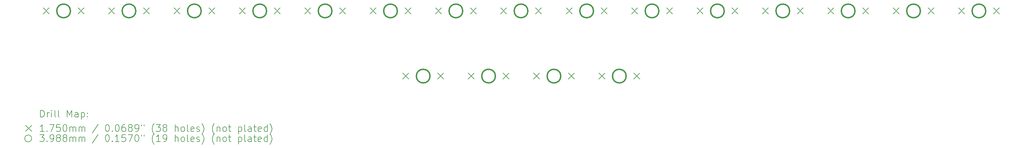
<source format=gbr>
%TF.GenerationSoftware,KiCad,Pcbnew,(6.0.10-0)*%
%TF.CreationDate,2023-03-16T17:34:04+09:00*%
%TF.ProjectId,Sandy_Top,53616e64-795f-4546-9f70-2e6b69636164,v.0*%
%TF.SameCoordinates,Original*%
%TF.FileFunction,Drillmap*%
%TF.FilePolarity,Positive*%
%FSLAX45Y45*%
G04 Gerber Fmt 4.5, Leading zero omitted, Abs format (unit mm)*
G04 Created by KiCad (PCBNEW (6.0.10-0)) date 2023-03-16 17:34:04*
%MOMM*%
%LPD*%
G01*
G04 APERTURE LIST*
%ADD10C,0.200000*%
%ADD11C,0.175000*%
%ADD12C,0.398780*%
G04 APERTURE END LIST*
D10*
D11*
X1867531Y-2612841D02*
X2042531Y-2787841D01*
X2042531Y-2612841D02*
X1867531Y-2787841D01*
X2883531Y-2612841D02*
X3058531Y-2787841D01*
X3058531Y-2612841D02*
X2883531Y-2787841D01*
X3772531Y-2612841D02*
X3947531Y-2787841D01*
X3947531Y-2612841D02*
X3772531Y-2787841D01*
X4788531Y-2612841D02*
X4963531Y-2787841D01*
X4963531Y-2612841D02*
X4788531Y-2787841D01*
X5677531Y-2612841D02*
X5852531Y-2787841D01*
X5852531Y-2612841D02*
X5677531Y-2787841D01*
X6693531Y-2612841D02*
X6868531Y-2787841D01*
X6868531Y-2612841D02*
X6693531Y-2787841D01*
X7582531Y-2612841D02*
X7757531Y-2787841D01*
X7757531Y-2612841D02*
X7582531Y-2787841D01*
X8598531Y-2612841D02*
X8773531Y-2787841D01*
X8773531Y-2612841D02*
X8598531Y-2787841D01*
X9487531Y-2612841D02*
X9662531Y-2787841D01*
X9662531Y-2612841D02*
X9487531Y-2787841D01*
X10503531Y-2612841D02*
X10678531Y-2787841D01*
X10678531Y-2612841D02*
X10503531Y-2787841D01*
X11392531Y-2612841D02*
X11567531Y-2787841D01*
X11567531Y-2612841D02*
X11392531Y-2787841D01*
X12345031Y-4517841D02*
X12520031Y-4692841D01*
X12520031Y-4517841D02*
X12345031Y-4692841D01*
X12408531Y-2612841D02*
X12583531Y-2787841D01*
X12583531Y-2612841D02*
X12408531Y-2787841D01*
X13297531Y-2612841D02*
X13472531Y-2787841D01*
X13472531Y-2612841D02*
X13297531Y-2787841D01*
X13361031Y-4517841D02*
X13536031Y-4692841D01*
X13536031Y-4517841D02*
X13361031Y-4692841D01*
X14250031Y-4517841D02*
X14425031Y-4692841D01*
X14425031Y-4517841D02*
X14250031Y-4692841D01*
X14313531Y-2612841D02*
X14488531Y-2787841D01*
X14488531Y-2612841D02*
X14313531Y-2787841D01*
X15195343Y-2612841D02*
X15370343Y-2787841D01*
X15370343Y-2612841D02*
X15195343Y-2787841D01*
X15266031Y-4517841D02*
X15441031Y-4692841D01*
X15441031Y-4517841D02*
X15266031Y-4692841D01*
X16155031Y-4517841D02*
X16330031Y-4692841D01*
X16330031Y-4517841D02*
X16155031Y-4692841D01*
X16211343Y-2612841D02*
X16386343Y-2787841D01*
X16386343Y-2612841D02*
X16211343Y-2787841D01*
X17107531Y-2612841D02*
X17282531Y-2787841D01*
X17282531Y-2612841D02*
X17107531Y-2787841D01*
X17171031Y-4517841D02*
X17346031Y-4692841D01*
X17346031Y-4517841D02*
X17171031Y-4692841D01*
X18060031Y-4517841D02*
X18235031Y-4692841D01*
X18235031Y-4517841D02*
X18060031Y-4692841D01*
X18123531Y-2612841D02*
X18298531Y-2787841D01*
X18298531Y-2612841D02*
X18123531Y-2787841D01*
X19012531Y-2612841D02*
X19187531Y-2787841D01*
X19187531Y-2612841D02*
X19012531Y-2787841D01*
X19076031Y-4517841D02*
X19251031Y-4692841D01*
X19251031Y-4517841D02*
X19076031Y-4692841D01*
X20028531Y-2612841D02*
X20203531Y-2787841D01*
X20203531Y-2612841D02*
X20028531Y-2787841D01*
X20917531Y-2612841D02*
X21092531Y-2787841D01*
X21092531Y-2612841D02*
X20917531Y-2787841D01*
X21933531Y-2612841D02*
X22108531Y-2787841D01*
X22108531Y-2612841D02*
X21933531Y-2787841D01*
X22822531Y-2612841D02*
X22997531Y-2787841D01*
X22997531Y-2612841D02*
X22822531Y-2787841D01*
X23838531Y-2612841D02*
X24013531Y-2787841D01*
X24013531Y-2612841D02*
X23838531Y-2787841D01*
X24727531Y-2612841D02*
X24902531Y-2787841D01*
X24902531Y-2612841D02*
X24727531Y-2787841D01*
X25743531Y-2612841D02*
X25918531Y-2787841D01*
X25918531Y-2612841D02*
X25743531Y-2787841D01*
X26632531Y-2612841D02*
X26807531Y-2787841D01*
X26807531Y-2612841D02*
X26632531Y-2787841D01*
X27648531Y-2612841D02*
X27823531Y-2787841D01*
X27823531Y-2612841D02*
X27648531Y-2787841D01*
X28537531Y-2612841D02*
X28712531Y-2787841D01*
X28712531Y-2612841D02*
X28537531Y-2787841D01*
X29553531Y-2612841D02*
X29728531Y-2787841D01*
X29728531Y-2612841D02*
X29553531Y-2787841D01*
D12*
X2662421Y-2700341D02*
G75*
G03*
X2662421Y-2700341I-199390J0D01*
G01*
X4567421Y-2700341D02*
G75*
G03*
X4567421Y-2700341I-199390J0D01*
G01*
X6472421Y-2700341D02*
G75*
G03*
X6472421Y-2700341I-199390J0D01*
G01*
X8377421Y-2700341D02*
G75*
G03*
X8377421Y-2700341I-199390J0D01*
G01*
X10282421Y-2700341D02*
G75*
G03*
X10282421Y-2700341I-199390J0D01*
G01*
X12187421Y-2700341D02*
G75*
G03*
X12187421Y-2700341I-199390J0D01*
G01*
X13139921Y-4605341D02*
G75*
G03*
X13139921Y-4605341I-199390J0D01*
G01*
X14092421Y-2700341D02*
G75*
G03*
X14092421Y-2700341I-199390J0D01*
G01*
X15044921Y-4605341D02*
G75*
G03*
X15044921Y-4605341I-199390J0D01*
G01*
X15990233Y-2700341D02*
G75*
G03*
X15990233Y-2700341I-199390J0D01*
G01*
X16949921Y-4605341D02*
G75*
G03*
X16949921Y-4605341I-199390J0D01*
G01*
X17902421Y-2700341D02*
G75*
G03*
X17902421Y-2700341I-199390J0D01*
G01*
X18854921Y-4605341D02*
G75*
G03*
X18854921Y-4605341I-199390J0D01*
G01*
X19807421Y-2700341D02*
G75*
G03*
X19807421Y-2700341I-199390J0D01*
G01*
X21712421Y-2700341D02*
G75*
G03*
X21712421Y-2700341I-199390J0D01*
G01*
X23617421Y-2700341D02*
G75*
G03*
X23617421Y-2700341I-199390J0D01*
G01*
X25522421Y-2700341D02*
G75*
G03*
X25522421Y-2700341I-199390J0D01*
G01*
X27427421Y-2700341D02*
G75*
G03*
X27427421Y-2700341I-199390J0D01*
G01*
X29332421Y-2700341D02*
G75*
G03*
X29332421Y-2700341I-199390J0D01*
G01*
D10*
X1788150Y-5803313D02*
X1788150Y-5603313D01*
X1835769Y-5603313D01*
X1864340Y-5612836D01*
X1883388Y-5631884D01*
X1892912Y-5650932D01*
X1902436Y-5689027D01*
X1902436Y-5717598D01*
X1892912Y-5755694D01*
X1883388Y-5774741D01*
X1864340Y-5793789D01*
X1835769Y-5803313D01*
X1788150Y-5803313D01*
X1988150Y-5803313D02*
X1988150Y-5669979D01*
X1988150Y-5708074D02*
X1997674Y-5689027D01*
X2007198Y-5679503D01*
X2026245Y-5669979D01*
X2045293Y-5669979D01*
X2111960Y-5803313D02*
X2111960Y-5669979D01*
X2111960Y-5603313D02*
X2102436Y-5612836D01*
X2111960Y-5622360D01*
X2121483Y-5612836D01*
X2111960Y-5603313D01*
X2111960Y-5622360D01*
X2235769Y-5803313D02*
X2216721Y-5793789D01*
X2207198Y-5774741D01*
X2207198Y-5603313D01*
X2340531Y-5803313D02*
X2321483Y-5793789D01*
X2311960Y-5774741D01*
X2311960Y-5603313D01*
X2569102Y-5803313D02*
X2569102Y-5603313D01*
X2635769Y-5746170D01*
X2702436Y-5603313D01*
X2702436Y-5803313D01*
X2883388Y-5803313D02*
X2883388Y-5698551D01*
X2873864Y-5679503D01*
X2854817Y-5669979D01*
X2816721Y-5669979D01*
X2797674Y-5679503D01*
X2883388Y-5793789D02*
X2864340Y-5803313D01*
X2816721Y-5803313D01*
X2797674Y-5793789D01*
X2788150Y-5774741D01*
X2788150Y-5755694D01*
X2797674Y-5736646D01*
X2816721Y-5727122D01*
X2864340Y-5727122D01*
X2883388Y-5717598D01*
X2978626Y-5669979D02*
X2978626Y-5869979D01*
X2978626Y-5679503D02*
X2997674Y-5669979D01*
X3035769Y-5669979D01*
X3054817Y-5679503D01*
X3064340Y-5689027D01*
X3073864Y-5708074D01*
X3073864Y-5765217D01*
X3064340Y-5784265D01*
X3054817Y-5793789D01*
X3035769Y-5803313D01*
X2997674Y-5803313D01*
X2978626Y-5793789D01*
X3159579Y-5784265D02*
X3169102Y-5793789D01*
X3159579Y-5803313D01*
X3150055Y-5793789D01*
X3159579Y-5784265D01*
X3159579Y-5803313D01*
X3159579Y-5679503D02*
X3169102Y-5689027D01*
X3159579Y-5698551D01*
X3150055Y-5689027D01*
X3159579Y-5679503D01*
X3159579Y-5698551D01*
D11*
X1355531Y-6045336D02*
X1530531Y-6220336D01*
X1530531Y-6045336D02*
X1355531Y-6220336D01*
D10*
X1892912Y-6223313D02*
X1778626Y-6223313D01*
X1835769Y-6223313D02*
X1835769Y-6023313D01*
X1816721Y-6051884D01*
X1797674Y-6070932D01*
X1778626Y-6080455D01*
X1978626Y-6204265D02*
X1988150Y-6213789D01*
X1978626Y-6223313D01*
X1969102Y-6213789D01*
X1978626Y-6204265D01*
X1978626Y-6223313D01*
X2054817Y-6023313D02*
X2188150Y-6023313D01*
X2102436Y-6223313D01*
X2359579Y-6023313D02*
X2264341Y-6023313D01*
X2254817Y-6118551D01*
X2264341Y-6109027D01*
X2283388Y-6099503D01*
X2331007Y-6099503D01*
X2350055Y-6109027D01*
X2359579Y-6118551D01*
X2369102Y-6137598D01*
X2369102Y-6185217D01*
X2359579Y-6204265D01*
X2350055Y-6213789D01*
X2331007Y-6223313D01*
X2283388Y-6223313D01*
X2264341Y-6213789D01*
X2254817Y-6204265D01*
X2492912Y-6023313D02*
X2511960Y-6023313D01*
X2531007Y-6032836D01*
X2540531Y-6042360D01*
X2550055Y-6061408D01*
X2559579Y-6099503D01*
X2559579Y-6147122D01*
X2550055Y-6185217D01*
X2540531Y-6204265D01*
X2531007Y-6213789D01*
X2511960Y-6223313D01*
X2492912Y-6223313D01*
X2473864Y-6213789D01*
X2464341Y-6204265D01*
X2454817Y-6185217D01*
X2445293Y-6147122D01*
X2445293Y-6099503D01*
X2454817Y-6061408D01*
X2464341Y-6042360D01*
X2473864Y-6032836D01*
X2492912Y-6023313D01*
X2645293Y-6223313D02*
X2645293Y-6089979D01*
X2645293Y-6109027D02*
X2654817Y-6099503D01*
X2673864Y-6089979D01*
X2702436Y-6089979D01*
X2721483Y-6099503D01*
X2731007Y-6118551D01*
X2731007Y-6223313D01*
X2731007Y-6118551D02*
X2740531Y-6099503D01*
X2759579Y-6089979D01*
X2788150Y-6089979D01*
X2807198Y-6099503D01*
X2816721Y-6118551D01*
X2816721Y-6223313D01*
X2911959Y-6223313D02*
X2911959Y-6089979D01*
X2911959Y-6109027D02*
X2921483Y-6099503D01*
X2940531Y-6089979D01*
X2969102Y-6089979D01*
X2988150Y-6099503D01*
X2997674Y-6118551D01*
X2997674Y-6223313D01*
X2997674Y-6118551D02*
X3007198Y-6099503D01*
X3026245Y-6089979D01*
X3054817Y-6089979D01*
X3073864Y-6099503D01*
X3083388Y-6118551D01*
X3083388Y-6223313D01*
X3473864Y-6013789D02*
X3302436Y-6270932D01*
X3731007Y-6023313D02*
X3750055Y-6023313D01*
X3769102Y-6032836D01*
X3778626Y-6042360D01*
X3788150Y-6061408D01*
X3797674Y-6099503D01*
X3797674Y-6147122D01*
X3788150Y-6185217D01*
X3778626Y-6204265D01*
X3769102Y-6213789D01*
X3750055Y-6223313D01*
X3731007Y-6223313D01*
X3711959Y-6213789D01*
X3702436Y-6204265D01*
X3692912Y-6185217D01*
X3683388Y-6147122D01*
X3683388Y-6099503D01*
X3692912Y-6061408D01*
X3702436Y-6042360D01*
X3711959Y-6032836D01*
X3731007Y-6023313D01*
X3883388Y-6204265D02*
X3892912Y-6213789D01*
X3883388Y-6223313D01*
X3873864Y-6213789D01*
X3883388Y-6204265D01*
X3883388Y-6223313D01*
X4016721Y-6023313D02*
X4035769Y-6023313D01*
X4054817Y-6032836D01*
X4064340Y-6042360D01*
X4073864Y-6061408D01*
X4083388Y-6099503D01*
X4083388Y-6147122D01*
X4073864Y-6185217D01*
X4064340Y-6204265D01*
X4054817Y-6213789D01*
X4035769Y-6223313D01*
X4016721Y-6223313D01*
X3997674Y-6213789D01*
X3988150Y-6204265D01*
X3978626Y-6185217D01*
X3969102Y-6147122D01*
X3969102Y-6099503D01*
X3978626Y-6061408D01*
X3988150Y-6042360D01*
X3997674Y-6032836D01*
X4016721Y-6023313D01*
X4254817Y-6023313D02*
X4216721Y-6023313D01*
X4197674Y-6032836D01*
X4188150Y-6042360D01*
X4169102Y-6070932D01*
X4159579Y-6109027D01*
X4159579Y-6185217D01*
X4169102Y-6204265D01*
X4178626Y-6213789D01*
X4197674Y-6223313D01*
X4235769Y-6223313D01*
X4254817Y-6213789D01*
X4264341Y-6204265D01*
X4273864Y-6185217D01*
X4273864Y-6137598D01*
X4264341Y-6118551D01*
X4254817Y-6109027D01*
X4235769Y-6099503D01*
X4197674Y-6099503D01*
X4178626Y-6109027D01*
X4169102Y-6118551D01*
X4159579Y-6137598D01*
X4388150Y-6109027D02*
X4369102Y-6099503D01*
X4359579Y-6089979D01*
X4350055Y-6070932D01*
X4350055Y-6061408D01*
X4359579Y-6042360D01*
X4369102Y-6032836D01*
X4388150Y-6023313D01*
X4426245Y-6023313D01*
X4445293Y-6032836D01*
X4454817Y-6042360D01*
X4464341Y-6061408D01*
X4464341Y-6070932D01*
X4454817Y-6089979D01*
X4445293Y-6099503D01*
X4426245Y-6109027D01*
X4388150Y-6109027D01*
X4369102Y-6118551D01*
X4359579Y-6128074D01*
X4350055Y-6147122D01*
X4350055Y-6185217D01*
X4359579Y-6204265D01*
X4369102Y-6213789D01*
X4388150Y-6223313D01*
X4426245Y-6223313D01*
X4445293Y-6213789D01*
X4454817Y-6204265D01*
X4464341Y-6185217D01*
X4464341Y-6147122D01*
X4454817Y-6128074D01*
X4445293Y-6118551D01*
X4426245Y-6109027D01*
X4559579Y-6223313D02*
X4597674Y-6223313D01*
X4616721Y-6213789D01*
X4626245Y-6204265D01*
X4645293Y-6175694D01*
X4654817Y-6137598D01*
X4654817Y-6061408D01*
X4645293Y-6042360D01*
X4635769Y-6032836D01*
X4616721Y-6023313D01*
X4578626Y-6023313D01*
X4559579Y-6032836D01*
X4550055Y-6042360D01*
X4540531Y-6061408D01*
X4540531Y-6109027D01*
X4550055Y-6128074D01*
X4559579Y-6137598D01*
X4578626Y-6147122D01*
X4616721Y-6147122D01*
X4635769Y-6137598D01*
X4645293Y-6128074D01*
X4654817Y-6109027D01*
X4731007Y-6023313D02*
X4731007Y-6061408D01*
X4807198Y-6023313D02*
X4807198Y-6061408D01*
X5102436Y-6299503D02*
X5092912Y-6289979D01*
X5073864Y-6261408D01*
X5064341Y-6242360D01*
X5054817Y-6213789D01*
X5045293Y-6166170D01*
X5045293Y-6128074D01*
X5054817Y-6080455D01*
X5064341Y-6051884D01*
X5073864Y-6032836D01*
X5092912Y-6004265D01*
X5102436Y-5994741D01*
X5159579Y-6023313D02*
X5283388Y-6023313D01*
X5216721Y-6099503D01*
X5245293Y-6099503D01*
X5264341Y-6109027D01*
X5273864Y-6118551D01*
X5283388Y-6137598D01*
X5283388Y-6185217D01*
X5273864Y-6204265D01*
X5264341Y-6213789D01*
X5245293Y-6223313D01*
X5188150Y-6223313D01*
X5169102Y-6213789D01*
X5159579Y-6204265D01*
X5397674Y-6109027D02*
X5378626Y-6099503D01*
X5369102Y-6089979D01*
X5359579Y-6070932D01*
X5359579Y-6061408D01*
X5369102Y-6042360D01*
X5378626Y-6032836D01*
X5397674Y-6023313D01*
X5435769Y-6023313D01*
X5454817Y-6032836D01*
X5464341Y-6042360D01*
X5473864Y-6061408D01*
X5473864Y-6070932D01*
X5464341Y-6089979D01*
X5454817Y-6099503D01*
X5435769Y-6109027D01*
X5397674Y-6109027D01*
X5378626Y-6118551D01*
X5369102Y-6128074D01*
X5359579Y-6147122D01*
X5359579Y-6185217D01*
X5369102Y-6204265D01*
X5378626Y-6213789D01*
X5397674Y-6223313D01*
X5435769Y-6223313D01*
X5454817Y-6213789D01*
X5464341Y-6204265D01*
X5473864Y-6185217D01*
X5473864Y-6147122D01*
X5464341Y-6128074D01*
X5454817Y-6118551D01*
X5435769Y-6109027D01*
X5711959Y-6223313D02*
X5711959Y-6023313D01*
X5797674Y-6223313D02*
X5797674Y-6118551D01*
X5788150Y-6099503D01*
X5769102Y-6089979D01*
X5740531Y-6089979D01*
X5721483Y-6099503D01*
X5711959Y-6109027D01*
X5921483Y-6223313D02*
X5902436Y-6213789D01*
X5892912Y-6204265D01*
X5883388Y-6185217D01*
X5883388Y-6128074D01*
X5892912Y-6109027D01*
X5902436Y-6099503D01*
X5921483Y-6089979D01*
X5950055Y-6089979D01*
X5969102Y-6099503D01*
X5978626Y-6109027D01*
X5988150Y-6128074D01*
X5988150Y-6185217D01*
X5978626Y-6204265D01*
X5969102Y-6213789D01*
X5950055Y-6223313D01*
X5921483Y-6223313D01*
X6102436Y-6223313D02*
X6083388Y-6213789D01*
X6073864Y-6194741D01*
X6073864Y-6023313D01*
X6254817Y-6213789D02*
X6235769Y-6223313D01*
X6197674Y-6223313D01*
X6178626Y-6213789D01*
X6169102Y-6194741D01*
X6169102Y-6118551D01*
X6178626Y-6099503D01*
X6197674Y-6089979D01*
X6235769Y-6089979D01*
X6254817Y-6099503D01*
X6264340Y-6118551D01*
X6264340Y-6137598D01*
X6169102Y-6156646D01*
X6340531Y-6213789D02*
X6359579Y-6223313D01*
X6397674Y-6223313D01*
X6416721Y-6213789D01*
X6426245Y-6194741D01*
X6426245Y-6185217D01*
X6416721Y-6166170D01*
X6397674Y-6156646D01*
X6369102Y-6156646D01*
X6350055Y-6147122D01*
X6340531Y-6128074D01*
X6340531Y-6118551D01*
X6350055Y-6099503D01*
X6369102Y-6089979D01*
X6397674Y-6089979D01*
X6416721Y-6099503D01*
X6492912Y-6299503D02*
X6502436Y-6289979D01*
X6521483Y-6261408D01*
X6531007Y-6242360D01*
X6540531Y-6213789D01*
X6550055Y-6166170D01*
X6550055Y-6128074D01*
X6540531Y-6080455D01*
X6531007Y-6051884D01*
X6521483Y-6032836D01*
X6502436Y-6004265D01*
X6492912Y-5994741D01*
X6854817Y-6299503D02*
X6845293Y-6289979D01*
X6826245Y-6261408D01*
X6816721Y-6242360D01*
X6807198Y-6213789D01*
X6797674Y-6166170D01*
X6797674Y-6128074D01*
X6807198Y-6080455D01*
X6816721Y-6051884D01*
X6826245Y-6032836D01*
X6845293Y-6004265D01*
X6854817Y-5994741D01*
X6931007Y-6089979D02*
X6931007Y-6223313D01*
X6931007Y-6109027D02*
X6940531Y-6099503D01*
X6959579Y-6089979D01*
X6988150Y-6089979D01*
X7007198Y-6099503D01*
X7016721Y-6118551D01*
X7016721Y-6223313D01*
X7140531Y-6223313D02*
X7121483Y-6213789D01*
X7111959Y-6204265D01*
X7102436Y-6185217D01*
X7102436Y-6128074D01*
X7111959Y-6109027D01*
X7121483Y-6099503D01*
X7140531Y-6089979D01*
X7169102Y-6089979D01*
X7188150Y-6099503D01*
X7197674Y-6109027D01*
X7207198Y-6128074D01*
X7207198Y-6185217D01*
X7197674Y-6204265D01*
X7188150Y-6213789D01*
X7169102Y-6223313D01*
X7140531Y-6223313D01*
X7264340Y-6089979D02*
X7340531Y-6089979D01*
X7292912Y-6023313D02*
X7292912Y-6194741D01*
X7302436Y-6213789D01*
X7321483Y-6223313D01*
X7340531Y-6223313D01*
X7559579Y-6089979D02*
X7559579Y-6289979D01*
X7559579Y-6099503D02*
X7578626Y-6089979D01*
X7616721Y-6089979D01*
X7635769Y-6099503D01*
X7645293Y-6109027D01*
X7654817Y-6128074D01*
X7654817Y-6185217D01*
X7645293Y-6204265D01*
X7635769Y-6213789D01*
X7616721Y-6223313D01*
X7578626Y-6223313D01*
X7559579Y-6213789D01*
X7769102Y-6223313D02*
X7750055Y-6213789D01*
X7740531Y-6194741D01*
X7740531Y-6023313D01*
X7931007Y-6223313D02*
X7931007Y-6118551D01*
X7921483Y-6099503D01*
X7902436Y-6089979D01*
X7864340Y-6089979D01*
X7845293Y-6099503D01*
X7931007Y-6213789D02*
X7911959Y-6223313D01*
X7864340Y-6223313D01*
X7845293Y-6213789D01*
X7835769Y-6194741D01*
X7835769Y-6175694D01*
X7845293Y-6156646D01*
X7864340Y-6147122D01*
X7911959Y-6147122D01*
X7931007Y-6137598D01*
X7997674Y-6089979D02*
X8073864Y-6089979D01*
X8026245Y-6023313D02*
X8026245Y-6194741D01*
X8035769Y-6213789D01*
X8054817Y-6223313D01*
X8073864Y-6223313D01*
X8216721Y-6213789D02*
X8197674Y-6223313D01*
X8159579Y-6223313D01*
X8140531Y-6213789D01*
X8131007Y-6194741D01*
X8131007Y-6118551D01*
X8140531Y-6099503D01*
X8159579Y-6089979D01*
X8197674Y-6089979D01*
X8216721Y-6099503D01*
X8226245Y-6118551D01*
X8226245Y-6137598D01*
X8131007Y-6156646D01*
X8397674Y-6223313D02*
X8397674Y-6023313D01*
X8397674Y-6213789D02*
X8378626Y-6223313D01*
X8340531Y-6223313D01*
X8321483Y-6213789D01*
X8311959Y-6204265D01*
X8302436Y-6185217D01*
X8302436Y-6128074D01*
X8311959Y-6109027D01*
X8321483Y-6099503D01*
X8340531Y-6089979D01*
X8378626Y-6089979D01*
X8397674Y-6099503D01*
X8473864Y-6299503D02*
X8483388Y-6289979D01*
X8502436Y-6261408D01*
X8511960Y-6242360D01*
X8521483Y-6213789D01*
X8531007Y-6166170D01*
X8531007Y-6128074D01*
X8521483Y-6080455D01*
X8511960Y-6051884D01*
X8502436Y-6032836D01*
X8483388Y-6004265D01*
X8473864Y-5994741D01*
X1530531Y-6427836D02*
G75*
G03*
X1530531Y-6427836I-100000J0D01*
G01*
X1769102Y-6318313D02*
X1892912Y-6318313D01*
X1826245Y-6394503D01*
X1854817Y-6394503D01*
X1873864Y-6404027D01*
X1883388Y-6413551D01*
X1892912Y-6432598D01*
X1892912Y-6480217D01*
X1883388Y-6499265D01*
X1873864Y-6508789D01*
X1854817Y-6518313D01*
X1797674Y-6518313D01*
X1778626Y-6508789D01*
X1769102Y-6499265D01*
X1978626Y-6499265D02*
X1988150Y-6508789D01*
X1978626Y-6518313D01*
X1969102Y-6508789D01*
X1978626Y-6499265D01*
X1978626Y-6518313D01*
X2083388Y-6518313D02*
X2121483Y-6518313D01*
X2140531Y-6508789D01*
X2150055Y-6499265D01*
X2169102Y-6470694D01*
X2178626Y-6432598D01*
X2178626Y-6356408D01*
X2169102Y-6337360D01*
X2159579Y-6327836D01*
X2140531Y-6318313D01*
X2102436Y-6318313D01*
X2083388Y-6327836D01*
X2073864Y-6337360D01*
X2064340Y-6356408D01*
X2064340Y-6404027D01*
X2073864Y-6423074D01*
X2083388Y-6432598D01*
X2102436Y-6442122D01*
X2140531Y-6442122D01*
X2159579Y-6432598D01*
X2169102Y-6423074D01*
X2178626Y-6404027D01*
X2292912Y-6404027D02*
X2273864Y-6394503D01*
X2264341Y-6384979D01*
X2254817Y-6365932D01*
X2254817Y-6356408D01*
X2264341Y-6337360D01*
X2273864Y-6327836D01*
X2292912Y-6318313D01*
X2331007Y-6318313D01*
X2350055Y-6327836D01*
X2359579Y-6337360D01*
X2369102Y-6356408D01*
X2369102Y-6365932D01*
X2359579Y-6384979D01*
X2350055Y-6394503D01*
X2331007Y-6404027D01*
X2292912Y-6404027D01*
X2273864Y-6413551D01*
X2264341Y-6423074D01*
X2254817Y-6442122D01*
X2254817Y-6480217D01*
X2264341Y-6499265D01*
X2273864Y-6508789D01*
X2292912Y-6518313D01*
X2331007Y-6518313D01*
X2350055Y-6508789D01*
X2359579Y-6499265D01*
X2369102Y-6480217D01*
X2369102Y-6442122D01*
X2359579Y-6423074D01*
X2350055Y-6413551D01*
X2331007Y-6404027D01*
X2483388Y-6404027D02*
X2464341Y-6394503D01*
X2454817Y-6384979D01*
X2445293Y-6365932D01*
X2445293Y-6356408D01*
X2454817Y-6337360D01*
X2464341Y-6327836D01*
X2483388Y-6318313D01*
X2521483Y-6318313D01*
X2540531Y-6327836D01*
X2550055Y-6337360D01*
X2559579Y-6356408D01*
X2559579Y-6365932D01*
X2550055Y-6384979D01*
X2540531Y-6394503D01*
X2521483Y-6404027D01*
X2483388Y-6404027D01*
X2464341Y-6413551D01*
X2454817Y-6423074D01*
X2445293Y-6442122D01*
X2445293Y-6480217D01*
X2454817Y-6499265D01*
X2464341Y-6508789D01*
X2483388Y-6518313D01*
X2521483Y-6518313D01*
X2540531Y-6508789D01*
X2550055Y-6499265D01*
X2559579Y-6480217D01*
X2559579Y-6442122D01*
X2550055Y-6423074D01*
X2540531Y-6413551D01*
X2521483Y-6404027D01*
X2645293Y-6518313D02*
X2645293Y-6384979D01*
X2645293Y-6404027D02*
X2654817Y-6394503D01*
X2673864Y-6384979D01*
X2702436Y-6384979D01*
X2721483Y-6394503D01*
X2731007Y-6413551D01*
X2731007Y-6518313D01*
X2731007Y-6413551D02*
X2740531Y-6394503D01*
X2759579Y-6384979D01*
X2788150Y-6384979D01*
X2807198Y-6394503D01*
X2816721Y-6413551D01*
X2816721Y-6518313D01*
X2911959Y-6518313D02*
X2911959Y-6384979D01*
X2911959Y-6404027D02*
X2921483Y-6394503D01*
X2940531Y-6384979D01*
X2969102Y-6384979D01*
X2988150Y-6394503D01*
X2997674Y-6413551D01*
X2997674Y-6518313D01*
X2997674Y-6413551D02*
X3007198Y-6394503D01*
X3026245Y-6384979D01*
X3054817Y-6384979D01*
X3073864Y-6394503D01*
X3083388Y-6413551D01*
X3083388Y-6518313D01*
X3473864Y-6308789D02*
X3302436Y-6565932D01*
X3731007Y-6318313D02*
X3750055Y-6318313D01*
X3769102Y-6327836D01*
X3778626Y-6337360D01*
X3788150Y-6356408D01*
X3797674Y-6394503D01*
X3797674Y-6442122D01*
X3788150Y-6480217D01*
X3778626Y-6499265D01*
X3769102Y-6508789D01*
X3750055Y-6518313D01*
X3731007Y-6518313D01*
X3711959Y-6508789D01*
X3702436Y-6499265D01*
X3692912Y-6480217D01*
X3683388Y-6442122D01*
X3683388Y-6394503D01*
X3692912Y-6356408D01*
X3702436Y-6337360D01*
X3711959Y-6327836D01*
X3731007Y-6318313D01*
X3883388Y-6499265D02*
X3892912Y-6508789D01*
X3883388Y-6518313D01*
X3873864Y-6508789D01*
X3883388Y-6499265D01*
X3883388Y-6518313D01*
X4083388Y-6518313D02*
X3969102Y-6518313D01*
X4026245Y-6518313D02*
X4026245Y-6318313D01*
X4007198Y-6346884D01*
X3988150Y-6365932D01*
X3969102Y-6375455D01*
X4264341Y-6318313D02*
X4169102Y-6318313D01*
X4159579Y-6413551D01*
X4169102Y-6404027D01*
X4188150Y-6394503D01*
X4235769Y-6394503D01*
X4254817Y-6404027D01*
X4264341Y-6413551D01*
X4273864Y-6432598D01*
X4273864Y-6480217D01*
X4264341Y-6499265D01*
X4254817Y-6508789D01*
X4235769Y-6518313D01*
X4188150Y-6518313D01*
X4169102Y-6508789D01*
X4159579Y-6499265D01*
X4340531Y-6318313D02*
X4473864Y-6318313D01*
X4388150Y-6518313D01*
X4588150Y-6318313D02*
X4607198Y-6318313D01*
X4626245Y-6327836D01*
X4635769Y-6337360D01*
X4645293Y-6356408D01*
X4654817Y-6394503D01*
X4654817Y-6442122D01*
X4645293Y-6480217D01*
X4635769Y-6499265D01*
X4626245Y-6508789D01*
X4607198Y-6518313D01*
X4588150Y-6518313D01*
X4569102Y-6508789D01*
X4559579Y-6499265D01*
X4550055Y-6480217D01*
X4540531Y-6442122D01*
X4540531Y-6394503D01*
X4550055Y-6356408D01*
X4559579Y-6337360D01*
X4569102Y-6327836D01*
X4588150Y-6318313D01*
X4731007Y-6318313D02*
X4731007Y-6356408D01*
X4807198Y-6318313D02*
X4807198Y-6356408D01*
X5102436Y-6594503D02*
X5092912Y-6584979D01*
X5073864Y-6556408D01*
X5064341Y-6537360D01*
X5054817Y-6508789D01*
X5045293Y-6461170D01*
X5045293Y-6423074D01*
X5054817Y-6375455D01*
X5064341Y-6346884D01*
X5073864Y-6327836D01*
X5092912Y-6299265D01*
X5102436Y-6289741D01*
X5283388Y-6518313D02*
X5169102Y-6518313D01*
X5226245Y-6518313D02*
X5226245Y-6318313D01*
X5207198Y-6346884D01*
X5188150Y-6365932D01*
X5169102Y-6375455D01*
X5378626Y-6518313D02*
X5416721Y-6518313D01*
X5435769Y-6508789D01*
X5445293Y-6499265D01*
X5464341Y-6470694D01*
X5473864Y-6432598D01*
X5473864Y-6356408D01*
X5464341Y-6337360D01*
X5454817Y-6327836D01*
X5435769Y-6318313D01*
X5397674Y-6318313D01*
X5378626Y-6327836D01*
X5369102Y-6337360D01*
X5359579Y-6356408D01*
X5359579Y-6404027D01*
X5369102Y-6423074D01*
X5378626Y-6432598D01*
X5397674Y-6442122D01*
X5435769Y-6442122D01*
X5454817Y-6432598D01*
X5464341Y-6423074D01*
X5473864Y-6404027D01*
X5711959Y-6518313D02*
X5711959Y-6318313D01*
X5797674Y-6518313D02*
X5797674Y-6413551D01*
X5788150Y-6394503D01*
X5769102Y-6384979D01*
X5740531Y-6384979D01*
X5721483Y-6394503D01*
X5711959Y-6404027D01*
X5921483Y-6518313D02*
X5902436Y-6508789D01*
X5892912Y-6499265D01*
X5883388Y-6480217D01*
X5883388Y-6423074D01*
X5892912Y-6404027D01*
X5902436Y-6394503D01*
X5921483Y-6384979D01*
X5950055Y-6384979D01*
X5969102Y-6394503D01*
X5978626Y-6404027D01*
X5988150Y-6423074D01*
X5988150Y-6480217D01*
X5978626Y-6499265D01*
X5969102Y-6508789D01*
X5950055Y-6518313D01*
X5921483Y-6518313D01*
X6102436Y-6518313D02*
X6083388Y-6508789D01*
X6073864Y-6489741D01*
X6073864Y-6318313D01*
X6254817Y-6508789D02*
X6235769Y-6518313D01*
X6197674Y-6518313D01*
X6178626Y-6508789D01*
X6169102Y-6489741D01*
X6169102Y-6413551D01*
X6178626Y-6394503D01*
X6197674Y-6384979D01*
X6235769Y-6384979D01*
X6254817Y-6394503D01*
X6264340Y-6413551D01*
X6264340Y-6432598D01*
X6169102Y-6451646D01*
X6340531Y-6508789D02*
X6359579Y-6518313D01*
X6397674Y-6518313D01*
X6416721Y-6508789D01*
X6426245Y-6489741D01*
X6426245Y-6480217D01*
X6416721Y-6461170D01*
X6397674Y-6451646D01*
X6369102Y-6451646D01*
X6350055Y-6442122D01*
X6340531Y-6423074D01*
X6340531Y-6413551D01*
X6350055Y-6394503D01*
X6369102Y-6384979D01*
X6397674Y-6384979D01*
X6416721Y-6394503D01*
X6492912Y-6594503D02*
X6502436Y-6584979D01*
X6521483Y-6556408D01*
X6531007Y-6537360D01*
X6540531Y-6508789D01*
X6550055Y-6461170D01*
X6550055Y-6423074D01*
X6540531Y-6375455D01*
X6531007Y-6346884D01*
X6521483Y-6327836D01*
X6502436Y-6299265D01*
X6492912Y-6289741D01*
X6854817Y-6594503D02*
X6845293Y-6584979D01*
X6826245Y-6556408D01*
X6816721Y-6537360D01*
X6807198Y-6508789D01*
X6797674Y-6461170D01*
X6797674Y-6423074D01*
X6807198Y-6375455D01*
X6816721Y-6346884D01*
X6826245Y-6327836D01*
X6845293Y-6299265D01*
X6854817Y-6289741D01*
X6931007Y-6384979D02*
X6931007Y-6518313D01*
X6931007Y-6404027D02*
X6940531Y-6394503D01*
X6959579Y-6384979D01*
X6988150Y-6384979D01*
X7007198Y-6394503D01*
X7016721Y-6413551D01*
X7016721Y-6518313D01*
X7140531Y-6518313D02*
X7121483Y-6508789D01*
X7111959Y-6499265D01*
X7102436Y-6480217D01*
X7102436Y-6423074D01*
X7111959Y-6404027D01*
X7121483Y-6394503D01*
X7140531Y-6384979D01*
X7169102Y-6384979D01*
X7188150Y-6394503D01*
X7197674Y-6404027D01*
X7207198Y-6423074D01*
X7207198Y-6480217D01*
X7197674Y-6499265D01*
X7188150Y-6508789D01*
X7169102Y-6518313D01*
X7140531Y-6518313D01*
X7264340Y-6384979D02*
X7340531Y-6384979D01*
X7292912Y-6318313D02*
X7292912Y-6489741D01*
X7302436Y-6508789D01*
X7321483Y-6518313D01*
X7340531Y-6518313D01*
X7559579Y-6384979D02*
X7559579Y-6584979D01*
X7559579Y-6394503D02*
X7578626Y-6384979D01*
X7616721Y-6384979D01*
X7635769Y-6394503D01*
X7645293Y-6404027D01*
X7654817Y-6423074D01*
X7654817Y-6480217D01*
X7645293Y-6499265D01*
X7635769Y-6508789D01*
X7616721Y-6518313D01*
X7578626Y-6518313D01*
X7559579Y-6508789D01*
X7769102Y-6518313D02*
X7750055Y-6508789D01*
X7740531Y-6489741D01*
X7740531Y-6318313D01*
X7931007Y-6518313D02*
X7931007Y-6413551D01*
X7921483Y-6394503D01*
X7902436Y-6384979D01*
X7864340Y-6384979D01*
X7845293Y-6394503D01*
X7931007Y-6508789D02*
X7911959Y-6518313D01*
X7864340Y-6518313D01*
X7845293Y-6508789D01*
X7835769Y-6489741D01*
X7835769Y-6470694D01*
X7845293Y-6451646D01*
X7864340Y-6442122D01*
X7911959Y-6442122D01*
X7931007Y-6432598D01*
X7997674Y-6384979D02*
X8073864Y-6384979D01*
X8026245Y-6318313D02*
X8026245Y-6489741D01*
X8035769Y-6508789D01*
X8054817Y-6518313D01*
X8073864Y-6518313D01*
X8216721Y-6508789D02*
X8197674Y-6518313D01*
X8159579Y-6518313D01*
X8140531Y-6508789D01*
X8131007Y-6489741D01*
X8131007Y-6413551D01*
X8140531Y-6394503D01*
X8159579Y-6384979D01*
X8197674Y-6384979D01*
X8216721Y-6394503D01*
X8226245Y-6413551D01*
X8226245Y-6432598D01*
X8131007Y-6451646D01*
X8397674Y-6518313D02*
X8397674Y-6318313D01*
X8397674Y-6508789D02*
X8378626Y-6518313D01*
X8340531Y-6518313D01*
X8321483Y-6508789D01*
X8311959Y-6499265D01*
X8302436Y-6480217D01*
X8302436Y-6423074D01*
X8311959Y-6404027D01*
X8321483Y-6394503D01*
X8340531Y-6384979D01*
X8378626Y-6384979D01*
X8397674Y-6394503D01*
X8473864Y-6594503D02*
X8483388Y-6584979D01*
X8502436Y-6556408D01*
X8511960Y-6537360D01*
X8521483Y-6508789D01*
X8531007Y-6461170D01*
X8531007Y-6423074D01*
X8521483Y-6375455D01*
X8511960Y-6346884D01*
X8502436Y-6327836D01*
X8483388Y-6299265D01*
X8473864Y-6289741D01*
M02*

</source>
